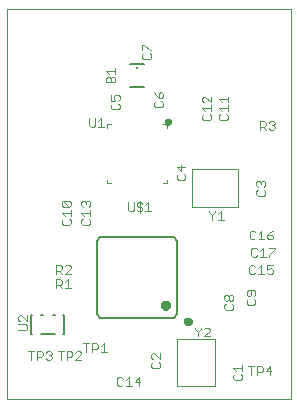
<source format=gto>
G75*
G70*
%OFA0B0*%
%FSLAX24Y24*%
%IPPOS*%
%LPD*%
%AMOC8*
5,1,8,0,0,1.08239X$1,22.5*
%
%ADD10C,0.0000*%
%ADD11C,0.0080*%
%ADD12C,0.0160*%
%ADD13C,0.0157*%
%ADD14C,0.0030*%
%ADD15C,0.0039*%
%ADD16C,0.0050*%
%ADD17R,0.0100X0.0100*%
%ADD18C,0.0040*%
D10*
X000505Y000937D02*
X000505Y013930D01*
X009954Y013930D01*
X009954Y000937D01*
X000505Y000937D01*
D11*
X003497Y003772D02*
X003615Y003654D01*
X006056Y003654D01*
X006174Y003772D01*
X006174Y006213D01*
X006056Y006331D01*
X003615Y006331D01*
X003497Y006213D01*
X003497Y003772D01*
D12*
X006470Y003534D02*
X006472Y003549D01*
X006477Y003562D01*
X006486Y003574D01*
X006497Y003584D01*
X006511Y003590D01*
X006525Y003593D01*
X006540Y003592D01*
X006554Y003587D01*
X006567Y003579D01*
X006577Y003569D01*
X006584Y003556D01*
X006588Y003541D01*
X006588Y003527D01*
X006584Y003512D01*
X006577Y003499D01*
X006567Y003489D01*
X006554Y003481D01*
X006540Y003476D01*
X006525Y003475D01*
X006511Y003478D01*
X006497Y003484D01*
X006486Y003494D01*
X006477Y003506D01*
X006472Y003519D01*
X006470Y003534D01*
X005820Y010189D02*
X005822Y010201D01*
X005827Y010212D01*
X005836Y010221D01*
X005847Y010226D01*
X005859Y010228D01*
X005871Y010226D01*
X005882Y010221D01*
X005891Y010212D01*
X005896Y010201D01*
X005898Y010189D01*
X005896Y010177D01*
X005891Y010166D01*
X005882Y010157D01*
X005871Y010152D01*
X005859Y010150D01*
X005847Y010152D01*
X005836Y010157D01*
X005827Y010166D01*
X005822Y010177D01*
X005820Y010189D01*
D13*
X005702Y004067D02*
X005704Y004085D01*
X005710Y004101D01*
X005719Y004116D01*
X005732Y004129D01*
X005747Y004138D01*
X005763Y004144D01*
X005781Y004146D01*
X005799Y004144D01*
X005815Y004138D01*
X005830Y004129D01*
X005843Y004116D01*
X005852Y004101D01*
X005858Y004085D01*
X005860Y004067D01*
X005858Y004049D01*
X005852Y004033D01*
X005843Y004018D01*
X005830Y004005D01*
X005815Y003996D01*
X005799Y003990D01*
X005781Y003988D01*
X005763Y003990D01*
X005747Y003996D01*
X005732Y004005D01*
X005719Y004018D01*
X005710Y004033D01*
X005704Y004049D01*
X005702Y004067D01*
D14*
X006767Y003321D02*
X006767Y003272D01*
X006864Y003175D01*
X006864Y003030D01*
X006864Y003175D02*
X006961Y003272D01*
X006961Y003321D01*
X007062Y003272D02*
X007110Y003321D01*
X007207Y003321D01*
X007255Y003272D01*
X007255Y003224D01*
X007062Y003030D01*
X007255Y003030D01*
X007793Y003926D02*
X007986Y003926D01*
X008034Y003974D01*
X008034Y004071D01*
X007986Y004120D01*
X007986Y004221D02*
X007938Y004221D01*
X007889Y004269D01*
X007889Y004366D01*
X007938Y004414D01*
X007986Y004414D01*
X008034Y004366D01*
X008034Y004269D01*
X007986Y004221D01*
X007889Y004269D02*
X007841Y004221D01*
X007793Y004221D01*
X007744Y004269D01*
X007744Y004366D01*
X007793Y004414D01*
X007841Y004414D01*
X007889Y004366D01*
X007793Y004120D02*
X007744Y004071D01*
X007744Y003974D01*
X007793Y003926D01*
X008492Y004132D02*
X008541Y004084D01*
X008734Y004084D01*
X008782Y004132D01*
X008782Y004229D01*
X008734Y004277D01*
X008734Y004378D02*
X008782Y004427D01*
X008782Y004523D01*
X008734Y004572D01*
X008541Y004572D01*
X008492Y004523D01*
X008492Y004427D01*
X008541Y004378D01*
X008589Y004378D01*
X008637Y004427D01*
X008637Y004572D01*
X008541Y004277D02*
X008492Y004229D01*
X008492Y004132D01*
X008620Y005106D02*
X008571Y005154D01*
X008571Y005348D01*
X008620Y005396D01*
X008716Y005396D01*
X008765Y005348D01*
X008866Y005299D02*
X008963Y005396D01*
X008963Y005106D01*
X009059Y005106D02*
X008866Y005106D01*
X008765Y005154D02*
X008716Y005106D01*
X008620Y005106D01*
X008698Y005687D02*
X008650Y005735D01*
X008650Y005929D01*
X008698Y005977D01*
X008795Y005977D01*
X008843Y005929D01*
X008945Y005880D02*
X009041Y005977D01*
X009041Y005687D01*
X008945Y005687D02*
X009138Y005687D01*
X009239Y005687D02*
X009239Y005735D01*
X009433Y005929D01*
X009433Y005977D01*
X009239Y005977D01*
X009229Y006267D02*
X009325Y006267D01*
X009374Y006316D01*
X009374Y006364D01*
X009325Y006412D01*
X009180Y006412D01*
X009180Y006316D01*
X009229Y006267D01*
X009180Y006412D02*
X009277Y006509D01*
X009374Y006558D01*
X009079Y006267D02*
X008886Y006267D01*
X008982Y006267D02*
X008982Y006558D01*
X008886Y006461D01*
X008784Y006509D02*
X008736Y006558D01*
X008639Y006558D01*
X008591Y006509D01*
X008591Y006316D01*
X008639Y006267D01*
X008736Y006267D01*
X008784Y006316D01*
X008843Y005735D02*
X008795Y005687D01*
X008698Y005687D01*
X009160Y005396D02*
X009160Y005251D01*
X009257Y005299D01*
X009306Y005299D01*
X009354Y005251D01*
X009354Y005154D01*
X009306Y005106D01*
X009209Y005106D01*
X009160Y005154D01*
X009160Y005396D02*
X009354Y005396D01*
X007728Y006928D02*
X007534Y006928D01*
X007631Y006928D02*
X007631Y007218D01*
X007534Y007121D01*
X007433Y007170D02*
X007433Y007218D01*
X007433Y007170D02*
X007336Y007073D01*
X007336Y006928D01*
X007336Y007073D02*
X007240Y007170D01*
X007240Y007218D01*
X006396Y008256D02*
X006445Y008304D01*
X006445Y008401D01*
X006396Y008449D01*
X006300Y008550D02*
X006300Y008744D01*
X006445Y008695D02*
X006154Y008695D01*
X006300Y008550D01*
X006203Y008449D02*
X006154Y008401D01*
X006154Y008304D01*
X006203Y008256D01*
X006396Y008256D01*
X005310Y007207D02*
X005117Y007207D01*
X005213Y007207D02*
X005213Y007497D01*
X005117Y007401D01*
X005016Y007449D02*
X004967Y007497D01*
X004870Y007497D01*
X004822Y007449D01*
X004822Y007401D01*
X004870Y007352D01*
X004967Y007352D01*
X005016Y007304D01*
X005016Y007256D01*
X004967Y007207D01*
X004870Y007207D01*
X004822Y007256D01*
X004721Y007256D02*
X004721Y007497D01*
X004527Y007497D02*
X004527Y007256D01*
X004576Y007207D01*
X004673Y007207D01*
X004721Y007256D01*
X004919Y007159D02*
X004919Y007546D01*
X003271Y007496D02*
X003271Y007399D01*
X003222Y007351D01*
X003271Y007250D02*
X003271Y007056D01*
X003271Y007153D02*
X002980Y007153D01*
X003077Y007056D01*
X003029Y006955D02*
X002980Y006906D01*
X002980Y006810D01*
X003029Y006761D01*
X003222Y006761D01*
X003271Y006810D01*
X003271Y006906D01*
X003222Y006955D01*
X003029Y007351D02*
X002980Y007399D01*
X002980Y007496D01*
X003029Y007544D01*
X003077Y007544D01*
X003126Y007496D01*
X003174Y007544D01*
X003222Y007544D01*
X003271Y007496D01*
X003126Y007496D02*
X003126Y007447D01*
X002621Y007399D02*
X002573Y007351D01*
X002379Y007544D01*
X002573Y007544D01*
X002621Y007496D01*
X002621Y007399D01*
X002573Y007351D02*
X002379Y007351D01*
X002331Y007399D01*
X002331Y007496D01*
X002379Y007544D01*
X002621Y007250D02*
X002621Y007056D01*
X002621Y007153D02*
X002331Y007153D01*
X002428Y007056D01*
X002379Y006955D02*
X002331Y006906D01*
X002331Y006810D01*
X002379Y006761D01*
X002573Y006761D01*
X002621Y006810D01*
X002621Y006906D01*
X002573Y006955D01*
X002580Y005410D02*
X002483Y005410D01*
X002435Y005362D01*
X002334Y005362D02*
X002334Y005265D01*
X002285Y005216D01*
X002140Y005216D01*
X002140Y005120D02*
X002140Y005410D01*
X002285Y005410D01*
X002334Y005362D01*
X002237Y005216D02*
X002334Y005120D01*
X002435Y005120D02*
X002628Y005313D01*
X002628Y005362D01*
X002580Y005410D01*
X002628Y005120D02*
X002435Y005120D01*
X002531Y004938D02*
X002531Y004647D01*
X002435Y004647D02*
X002628Y004647D01*
X002435Y004841D02*
X002531Y004938D01*
X002334Y004889D02*
X002334Y004792D01*
X002285Y004744D01*
X002140Y004744D01*
X002140Y004647D02*
X002140Y004938D01*
X002285Y004938D01*
X002334Y004889D01*
X002237Y004744D02*
X002334Y004647D01*
X001168Y003735D02*
X001168Y003542D01*
X000975Y003735D01*
X000926Y003735D01*
X000878Y003687D01*
X000878Y003590D01*
X000926Y003542D01*
X000878Y003440D02*
X001120Y003440D01*
X001168Y003392D01*
X001168Y003295D01*
X001120Y003247D01*
X000878Y003247D01*
X001209Y002542D02*
X001402Y002542D01*
X001306Y002542D02*
X001306Y002252D01*
X001504Y002252D02*
X001504Y002542D01*
X001649Y002542D01*
X001697Y002494D01*
X001697Y002397D01*
X001649Y002348D01*
X001504Y002348D01*
X001798Y002300D02*
X001847Y002252D01*
X001943Y002252D01*
X001992Y002300D01*
X001992Y002348D01*
X001943Y002397D01*
X001895Y002397D01*
X001943Y002397D02*
X001992Y002445D01*
X001992Y002494D01*
X001943Y002542D01*
X001847Y002542D01*
X001798Y002494D01*
X002193Y002542D02*
X002387Y002542D01*
X002290Y002542D02*
X002290Y002252D01*
X002488Y002252D02*
X002488Y002542D01*
X002633Y002542D01*
X002681Y002494D01*
X002681Y002397D01*
X002633Y002348D01*
X002488Y002348D01*
X002782Y002252D02*
X002976Y002445D01*
X002976Y002494D01*
X002928Y002542D01*
X002831Y002542D01*
X002782Y002494D01*
X002782Y002252D02*
X002976Y002252D01*
X003136Y002508D02*
X003136Y002798D01*
X003040Y002798D02*
X003233Y002798D01*
X003334Y002798D02*
X003479Y002798D01*
X003528Y002749D01*
X003528Y002653D01*
X003479Y002604D01*
X003334Y002604D01*
X003334Y002508D02*
X003334Y002798D01*
X003629Y002701D02*
X003726Y002798D01*
X003726Y002508D01*
X003822Y002508D02*
X003629Y002508D01*
X004212Y001671D02*
X004164Y001622D01*
X004164Y001429D01*
X004212Y001380D01*
X004309Y001380D01*
X004357Y001429D01*
X004458Y001380D02*
X004652Y001380D01*
X004555Y001380D02*
X004555Y001671D01*
X004458Y001574D01*
X004357Y001622D02*
X004309Y001671D01*
X004212Y001671D01*
X004753Y001526D02*
X004946Y001526D01*
X004898Y001671D02*
X004898Y001380D01*
X004753Y001526D02*
X004898Y001671D01*
X005313Y002026D02*
X005313Y002122D01*
X005361Y002171D01*
X005361Y002272D02*
X005313Y002320D01*
X005313Y002417D01*
X005361Y002465D01*
X005410Y002465D01*
X005603Y002272D01*
X005603Y002465D01*
X005555Y002171D02*
X005603Y002122D01*
X005603Y002026D01*
X005555Y001977D01*
X005361Y001977D01*
X005313Y002026D01*
X008044Y001974D02*
X008334Y001974D01*
X008334Y002070D02*
X008334Y001877D01*
X008286Y001776D02*
X008334Y001727D01*
X008334Y001631D01*
X008286Y001582D01*
X008093Y001582D01*
X008044Y001631D01*
X008044Y001727D01*
X008093Y001776D01*
X008141Y001877D02*
X008044Y001974D01*
X008532Y002030D02*
X008725Y002030D01*
X008629Y002030D02*
X008629Y001740D01*
X008826Y001740D02*
X008826Y002030D01*
X008972Y002030D01*
X009020Y001982D01*
X009020Y001885D01*
X008972Y001837D01*
X008826Y001837D01*
X009121Y001885D02*
X009315Y001885D01*
X009266Y001740D02*
X009266Y002030D01*
X009121Y001885D01*
X009059Y007725D02*
X008865Y007725D01*
X008817Y007774D01*
X008817Y007870D01*
X008865Y007919D01*
X008865Y008020D02*
X008817Y008068D01*
X008817Y008165D01*
X008865Y008213D01*
X008914Y008213D01*
X008962Y008165D01*
X009010Y008213D01*
X009059Y008213D01*
X009107Y008165D01*
X009107Y008068D01*
X009059Y008020D01*
X009059Y007919D02*
X009107Y007870D01*
X009107Y007774D01*
X009059Y007725D01*
X008962Y008117D02*
X008962Y008165D01*
X008931Y009917D02*
X008931Y010207D01*
X009077Y010207D01*
X009125Y010159D01*
X009125Y010062D01*
X009077Y010014D01*
X008931Y010014D01*
X009028Y010014D02*
X009125Y009917D01*
X009226Y009965D02*
X009274Y009917D01*
X009371Y009917D01*
X009420Y009965D01*
X009420Y010014D01*
X009371Y010062D01*
X009323Y010062D01*
X009371Y010062D02*
X009420Y010110D01*
X009420Y010159D01*
X009371Y010207D01*
X009274Y010207D01*
X009226Y010159D01*
X007852Y010292D02*
X007852Y010389D01*
X007804Y010437D01*
X007852Y010538D02*
X007852Y010732D01*
X007852Y010635D02*
X007562Y010635D01*
X007659Y010538D01*
X007610Y010437D02*
X007562Y010389D01*
X007562Y010292D01*
X007610Y010244D01*
X007804Y010244D01*
X007852Y010292D01*
X007852Y010833D02*
X007852Y011027D01*
X007852Y010930D02*
X007562Y010930D01*
X007659Y010833D01*
X007301Y010833D02*
X007108Y011027D01*
X007059Y011027D01*
X007011Y010978D01*
X007011Y010881D01*
X007059Y010833D01*
X007011Y010635D02*
X007301Y010635D01*
X007301Y010538D02*
X007301Y010732D01*
X007301Y010833D02*
X007301Y011027D01*
X007011Y010635D02*
X007108Y010538D01*
X007059Y010437D02*
X007011Y010389D01*
X007011Y010292D01*
X007059Y010244D01*
X007253Y010244D01*
X007301Y010292D01*
X007301Y010389D01*
X007253Y010437D01*
X005697Y010725D02*
X005697Y010822D01*
X005648Y010870D01*
X005648Y010971D02*
X005552Y010971D01*
X005552Y011117D01*
X005600Y011165D01*
X005648Y011165D01*
X005697Y011117D01*
X005697Y011020D01*
X005648Y010971D01*
X005552Y010971D02*
X005455Y011068D01*
X005406Y011165D01*
X005455Y010870D02*
X005406Y010822D01*
X005406Y010725D01*
X005455Y010677D01*
X005648Y010677D01*
X005697Y010725D01*
X005260Y012273D02*
X005066Y012273D01*
X005018Y012321D01*
X005018Y012418D01*
X005066Y012466D01*
X005018Y012567D02*
X005018Y012761D01*
X005066Y012761D01*
X005260Y012567D01*
X005308Y012567D01*
X005260Y012466D02*
X005308Y012418D01*
X005308Y012321D01*
X005260Y012273D01*
X004211Y011086D02*
X004260Y011038D01*
X004260Y010941D01*
X004211Y010893D01*
X004115Y010893D02*
X004066Y010989D01*
X004066Y011038D01*
X004115Y011086D01*
X004211Y011086D01*
X004115Y010893D02*
X003969Y010893D01*
X003969Y011086D01*
X003959Y011497D02*
X003959Y011642D01*
X004007Y011691D01*
X004056Y011691D01*
X004104Y011642D01*
X004104Y011497D01*
X003814Y011497D01*
X003814Y011642D01*
X003862Y011691D01*
X003911Y011691D01*
X003959Y011642D01*
X003911Y011792D02*
X003814Y011889D01*
X004104Y011889D01*
X004104Y011985D02*
X004104Y011792D01*
X004018Y010792D02*
X003969Y010743D01*
X003969Y010646D01*
X004018Y010598D01*
X004211Y010598D01*
X004260Y010646D01*
X004260Y010743D01*
X004211Y010792D01*
X003733Y010026D02*
X003540Y010026D01*
X003637Y010026D02*
X003637Y010317D01*
X003540Y010220D01*
X003439Y010317D02*
X003439Y010075D01*
X003390Y010026D01*
X003294Y010026D01*
X003245Y010075D01*
X003245Y010317D01*
D15*
X003851Y010111D02*
X003851Y009993D01*
X003851Y010111D02*
X003970Y010111D01*
X003851Y008260D02*
X003851Y008142D01*
X003970Y008142D01*
X005702Y008142D02*
X005820Y008142D01*
X005820Y008260D01*
X005820Y009993D02*
X005820Y010111D01*
X005702Y010111D01*
D16*
X005082Y011331D02*
X004590Y011331D01*
X004590Y012119D02*
X005082Y012119D01*
X002414Y003752D02*
X002375Y003752D01*
X002414Y003752D02*
X002414Y003122D01*
X002375Y003122D01*
X002099Y003122D02*
X001627Y003122D01*
X001351Y003122D02*
X001312Y003122D01*
X001312Y003752D01*
X001351Y003752D01*
X001627Y003752D02*
X001706Y003752D01*
X002021Y003752D02*
X002099Y003752D01*
D17*
X004836Y011975D03*
D18*
X006661Y008616D02*
X008208Y008616D01*
X008209Y008610D02*
X008209Y007360D01*
X008208Y007353D02*
X006661Y007353D01*
X006659Y007360D02*
X006659Y008610D01*
X006179Y002933D02*
X007429Y002933D01*
X007436Y002931D02*
X007436Y001384D01*
X007429Y001383D02*
X006179Y001383D01*
X006173Y001384D02*
X006173Y002931D01*
M02*

</source>
